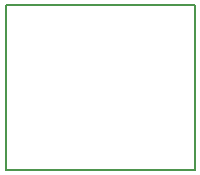
<source format=gm1>
G04*
G04 #@! TF.GenerationSoftware,Altium Limited,Altium Designer,19.0.15 (446)*
G04*
G04 Layer_Color=16711935*
%FSLAX24Y24*%
%MOIN*%
G70*
G01*
G75*
%ADD11C,0.0060*%
D11*
X-2953Y3150D02*
X3346D01*
X-2953Y-2362D02*
Y3150D01*
Y-2362D02*
X3346D01*
Y3150D01*
M02*

</source>
